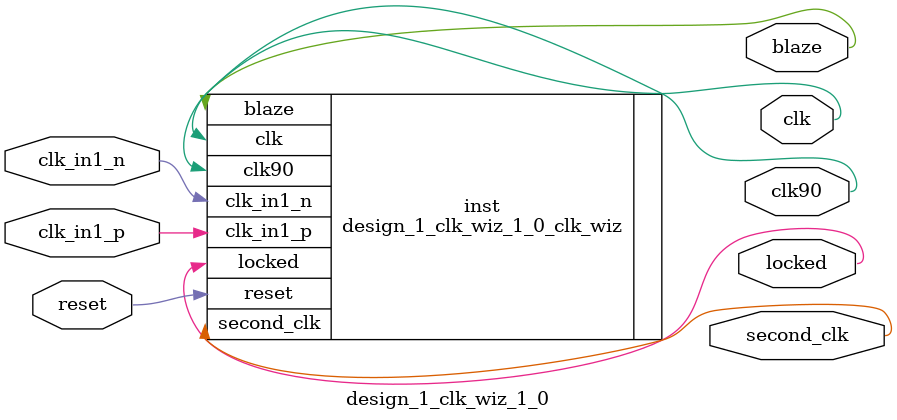
<source format=v>


`timescale 1ps/1ps

(* CORE_GENERATION_INFO = "design_1_clk_wiz_1_0,clk_wiz_v6_0_0_0,{component_name=design_1_clk_wiz_1_0,use_phase_alignment=true,use_min_o_jitter=false,use_max_i_jitter=false,use_dyn_phase_shift=false,use_inclk_switchover=false,use_dyn_reconfig=false,enable_axi=0,feedback_source=FDBK_AUTO,PRIMITIVE=MMCM,num_out_clk=4,clkin1_period=5.000,clkin2_period=10.0,use_power_down=false,use_reset=true,use_locked=true,use_inclk_stopped=false,feedback_type=SINGLE,CLOCK_MGR_TYPE=NA,manual_override=false}" *)

module design_1_clk_wiz_1_0 
 (
  // Clock out ports
  output        second_clk,
  output        clk,
  output        clk90,
  output        blaze,
  // Status and control signals
  input         reset,
  output        locked,
 // Clock in ports
  input         clk_in1_p,
  input         clk_in1_n
 );

  design_1_clk_wiz_1_0_clk_wiz inst
  (
  // Clock out ports  
  .second_clk(second_clk),
  .clk(clk),
  .clk90(clk90),
  .blaze(blaze),
  // Status and control signals               
  .reset(reset), 
  .locked(locked),
 // Clock in ports
  .clk_in1_p(clk_in1_p),
  .clk_in1_n(clk_in1_n)
  );

endmodule

</source>
